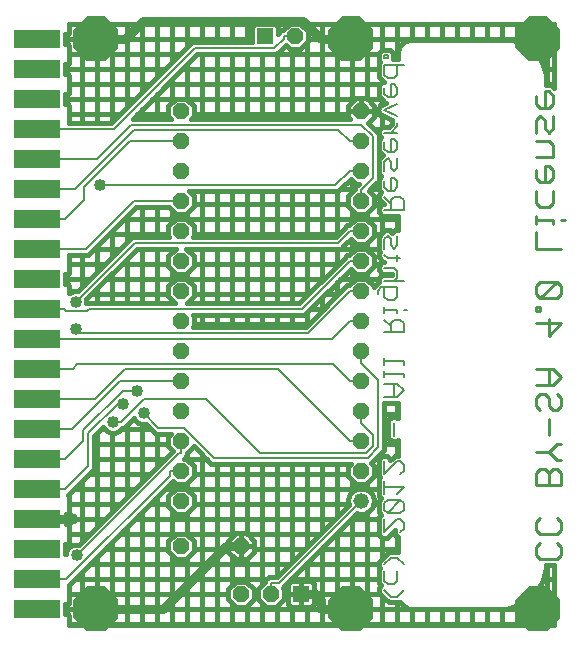
<source format=gbr>
G04 EAGLE Gerber RS-274X export*
G75*
%MOMM*%
%FSLAX34Y34*%
%LPD*%
%INBottom Copper*%
%IPPOS*%
%AMOC8*
5,1,8,0,0,1.08239X$1,22.5*%
G01*
%ADD10C,0.152400*%
%ADD11C,0.228600*%
%ADD12P,4.123906X8X22.500000*%
%ADD13C,1.320800*%
%ADD14P,1.429621X8X202.500000*%
%ADD15P,1.429621X8X112.500000*%
%ADD16R,1.320800X1.320800*%
%ADD17P,1.429621X8X292.500000*%
%ADD18R,3.937000X1.524000*%
%ADD19P,1.429621X8X22.500000*%
%ADD20C,0.762000*%
%ADD21C,1.016000*%
%ADD22C,0.406400*%
%ADD23C,0.203200*%


D10*
X319532Y257334D02*
X324955Y251910D01*
X330379Y251910D01*
X335802Y257334D01*
X330379Y265536D02*
X330379Y273671D01*
X330379Y265536D02*
X327667Y262825D01*
X322244Y262825D01*
X319532Y265536D01*
X319532Y273671D01*
X319532Y279196D02*
X324955Y284619D01*
X330379Y284619D01*
X335802Y279196D01*
X319532Y306482D02*
X319532Y317329D01*
X319532Y306482D02*
X330379Y317329D01*
X333090Y317329D01*
X335802Y314617D01*
X335802Y309194D01*
X333090Y306482D01*
X333090Y322854D02*
X322244Y322854D01*
X333090Y322854D02*
X335802Y325565D01*
X335802Y330989D01*
X333090Y333700D01*
X322244Y333700D01*
X319532Y330989D01*
X319532Y325565D01*
X322244Y322854D01*
X333090Y333700D01*
X330379Y339225D02*
X335802Y344649D01*
X319532Y344649D01*
X319532Y350072D02*
X319532Y339225D01*
X319532Y355597D02*
X319532Y366443D01*
X319532Y355597D02*
X330379Y366443D01*
X333090Y366443D01*
X335802Y363732D01*
X335802Y358308D01*
X333090Y355597D01*
X327667Y388340D02*
X327667Y399187D01*
X330379Y421083D02*
X319532Y421083D01*
X330379Y421083D02*
X335802Y426506D01*
X330379Y431930D01*
X319532Y431930D01*
X327667Y431930D02*
X327667Y421083D01*
X335802Y437455D02*
X335802Y440166D01*
X319532Y440166D01*
X319532Y437455D02*
X319532Y442878D01*
X335802Y448369D02*
X335802Y451081D01*
X319532Y451081D01*
X319532Y453792D02*
X319532Y448369D01*
X319532Y475655D02*
X335802Y475655D01*
X335802Y483790D01*
X333090Y486502D01*
X327667Y486502D01*
X324955Y483790D01*
X324955Y475655D01*
X324955Y481078D02*
X319532Y486502D01*
X330379Y492026D02*
X330379Y494738D01*
X319532Y494738D01*
X319532Y492026D02*
X319532Y497450D01*
X335802Y494738D02*
X338514Y494738D01*
X314109Y508364D02*
X314109Y511076D01*
X316820Y513787D01*
X330379Y513787D01*
X330379Y505652D01*
X327667Y502941D01*
X322244Y502941D01*
X319532Y505652D01*
X319532Y513787D01*
X319532Y519312D02*
X335802Y519312D01*
X330379Y522024D02*
X327667Y519312D01*
X330379Y522024D02*
X330379Y527447D01*
X327667Y530159D01*
X319532Y530159D01*
X322244Y538396D02*
X333090Y538396D01*
X322244Y538396D02*
X319532Y541107D01*
X330379Y541107D02*
X330379Y535684D01*
X319532Y546598D02*
X319532Y554733D01*
X322244Y557445D01*
X324955Y554733D01*
X324955Y549310D01*
X327667Y546598D01*
X330379Y549310D01*
X330379Y557445D01*
X335802Y579341D02*
X319532Y579341D01*
X335802Y579341D02*
X335802Y587476D01*
X333090Y590188D01*
X327667Y590188D01*
X324955Y587476D01*
X324955Y579341D01*
X324955Y584765D02*
X319532Y590188D01*
X319532Y598425D02*
X319532Y603848D01*
X319532Y598425D02*
X322244Y595713D01*
X327667Y595713D01*
X330379Y598425D01*
X330379Y603848D01*
X327667Y606560D01*
X324955Y606560D01*
X324955Y595713D01*
X319532Y612085D02*
X319532Y620220D01*
X322244Y622931D01*
X324955Y620220D01*
X324955Y614796D01*
X327667Y612085D01*
X330379Y614796D01*
X330379Y622931D01*
X319532Y631168D02*
X319532Y636591D01*
X319532Y631168D02*
X322244Y628456D01*
X327667Y628456D01*
X330379Y631168D01*
X330379Y636591D01*
X327667Y639303D01*
X324955Y639303D01*
X324955Y628456D01*
X319532Y644828D02*
X330379Y644828D01*
X330379Y650251D02*
X324955Y644828D01*
X330379Y650251D02*
X330379Y652963D01*
X330379Y658471D02*
X319532Y663894D01*
X330379Y669317D01*
X319532Y677554D02*
X319532Y682977D01*
X319532Y677554D02*
X322244Y674842D01*
X327667Y674842D01*
X330379Y677554D01*
X330379Y682977D01*
X327667Y685689D01*
X324955Y685689D01*
X324955Y674842D01*
X319532Y702060D02*
X335802Y702060D01*
X319532Y702060D02*
X319532Y693925D01*
X322244Y691214D01*
X327667Y691214D01*
X330379Y693925D01*
X330379Y702060D01*
X322244Y707585D02*
X319532Y707585D01*
X322244Y707585D02*
X322244Y710297D01*
X319532Y710297D01*
X319532Y707585D01*
D11*
X465343Y297228D02*
X468775Y293796D01*
X468775Y286932D01*
X465343Y283500D01*
X451615Y283500D01*
X448183Y286932D01*
X448183Y293796D01*
X451615Y297228D01*
X468775Y314845D02*
X465343Y318277D01*
X468775Y314845D02*
X468775Y307981D01*
X465343Y304549D01*
X451615Y304549D01*
X448183Y307981D01*
X448183Y314845D01*
X451615Y318277D01*
X448183Y346648D02*
X468775Y346648D01*
X468775Y356944D01*
X465343Y360375D01*
X461911Y360375D01*
X458479Y356944D01*
X455047Y360375D01*
X451615Y360375D01*
X448183Y356944D01*
X448183Y346648D01*
X458479Y346648D02*
X458479Y356944D01*
X465343Y367697D02*
X468775Y367697D01*
X465343Y367697D02*
X458479Y374561D01*
X465343Y381425D01*
X468775Y381425D01*
X458479Y374561D02*
X448183Y374561D01*
X458479Y388746D02*
X458479Y402474D01*
X468775Y420091D02*
X465343Y423523D01*
X468775Y420091D02*
X468775Y413227D01*
X465343Y409795D01*
X461911Y409795D01*
X458479Y413227D01*
X458479Y420091D01*
X455047Y423523D01*
X451615Y423523D01*
X448183Y420091D01*
X448183Y413227D01*
X451615Y409795D01*
X448183Y430845D02*
X461911Y430845D01*
X468775Y437708D01*
X461911Y444572D01*
X448183Y444572D01*
X458479Y444572D02*
X458479Y430845D01*
X448183Y483239D02*
X468775Y483239D01*
X458479Y472943D01*
X458479Y486671D01*
X451615Y493992D02*
X448183Y493992D01*
X451615Y493992D02*
X451615Y497424D01*
X448183Y497424D01*
X448183Y493992D01*
X451615Y504517D02*
X465343Y504517D01*
X468775Y507949D01*
X468775Y514812D01*
X465343Y518244D01*
X451615Y518244D01*
X448183Y514812D01*
X448183Y507949D01*
X451615Y504517D01*
X465343Y518244D01*
X468775Y546615D02*
X448183Y546615D01*
X448183Y560343D01*
X461911Y567664D02*
X461911Y571096D01*
X448183Y571096D01*
X448183Y567664D02*
X448183Y574528D01*
X468775Y571096D02*
X472207Y571096D01*
X461911Y585129D02*
X461911Y595425D01*
X461911Y585129D02*
X458479Y581697D01*
X451615Y581697D01*
X448183Y585129D01*
X448183Y595425D01*
X448183Y606178D02*
X448183Y613042D01*
X448183Y606178D02*
X451615Y602746D01*
X458479Y602746D01*
X461911Y606178D01*
X461911Y613042D01*
X458479Y616474D01*
X455047Y616474D01*
X455047Y602746D01*
X448183Y623795D02*
X461911Y623795D01*
X461911Y634091D01*
X458479Y637523D01*
X448183Y637523D01*
X448183Y644845D02*
X448183Y655140D01*
X451615Y658572D01*
X455047Y655140D01*
X455047Y648276D01*
X458479Y644845D01*
X461911Y648276D01*
X461911Y658572D01*
X448183Y669326D02*
X448183Y676190D01*
X448183Y669326D02*
X451615Y665894D01*
X458479Y665894D01*
X461911Y669326D01*
X461911Y676190D01*
X458479Y679621D01*
X455047Y679621D01*
X455047Y665894D01*
D12*
X449580Y723900D03*
X449580Y241300D03*
X290830Y723900D03*
X74930Y723900D03*
X290830Y241300D03*
X74930Y241300D03*
D13*
X299720Y332740D03*
D14*
X299720Y358140D03*
X299720Y383540D03*
X299720Y408940D03*
X299720Y434340D03*
X299720Y459740D03*
X299720Y485140D03*
X299720Y510540D03*
X299720Y535940D03*
X299720Y561340D03*
X299720Y586740D03*
X299720Y612140D03*
X299720Y637540D03*
X299720Y662940D03*
X147320Y662940D03*
X147320Y637540D03*
X147320Y612140D03*
X147320Y586740D03*
X147320Y561340D03*
X147320Y535940D03*
X147320Y510540D03*
X147320Y485140D03*
X147320Y459740D03*
X147320Y434340D03*
X147320Y408940D03*
X147320Y383540D03*
X147320Y358140D03*
X147320Y332740D03*
D15*
X243840Y726440D03*
D16*
X218440Y726440D03*
D17*
X223520Y254000D03*
D16*
X248920Y254000D03*
D17*
X198120Y254000D03*
D18*
X25400Y241300D03*
X25400Y266700D03*
X25400Y292100D03*
X25400Y317500D03*
X25400Y342900D03*
X25400Y368300D03*
X25400Y393700D03*
X25400Y419100D03*
X25400Y444500D03*
X25400Y469900D03*
X25400Y495300D03*
X25400Y520700D03*
X25400Y546100D03*
X25400Y571500D03*
X25400Y596900D03*
X25400Y622300D03*
X25400Y647700D03*
X25400Y673100D03*
X25400Y698500D03*
X25400Y723900D03*
D19*
X147320Y294640D03*
X198120Y294640D03*
D20*
X265937Y723900D02*
X290830Y723900D01*
X265937Y723900D02*
X250949Y738888D01*
X114811Y738888D01*
X99823Y723900D01*
X74930Y723900D01*
X55269Y317500D02*
X25400Y317500D01*
X265937Y241300D02*
X290830Y241300D01*
X261367Y254000D02*
X248920Y254000D01*
X265937Y249430D02*
X265937Y241300D01*
X265937Y249430D02*
X261367Y254000D01*
X198120Y294640D02*
X185673Y294640D01*
X132333Y241300D01*
X74930Y241300D01*
D21*
X55269Y317500D03*
D22*
X157988Y379121D02*
X157988Y379350D01*
X173016Y364322D01*
X290815Y364322D01*
X289052Y362559D01*
X289052Y353721D01*
X295301Y347472D01*
X304139Y347472D01*
X310388Y353721D01*
X310388Y362559D01*
X308087Y364859D01*
X319361Y376133D01*
X319361Y416257D01*
X330708Y416257D01*
X330708Y402970D01*
X329666Y404012D01*
X325668Y404012D01*
X322841Y401185D01*
X322841Y386341D01*
X325668Y383514D01*
X329666Y383514D01*
X330708Y384556D01*
X330708Y371269D01*
X328380Y371269D01*
X325553Y368442D01*
X324358Y367248D01*
X324358Y368442D01*
X321531Y371269D01*
X317533Y371269D01*
X314706Y368442D01*
X314706Y353598D01*
X315470Y352834D01*
X314706Y352071D01*
X314706Y337226D01*
X316825Y335107D01*
X314746Y333028D01*
X314706Y332988D01*
X314706Y323566D01*
X316825Y321447D01*
X314706Y319328D01*
X314706Y304483D01*
X317533Y301656D01*
X321531Y301656D01*
X328264Y308389D01*
X328264Y304483D01*
X330708Y302039D01*
X330708Y289445D01*
X322956Y289445D01*
X320129Y286618D01*
X314706Y281195D01*
X314706Y277197D01*
X315470Y276434D01*
X314706Y275670D01*
X314706Y263537D01*
X316808Y261435D01*
X314706Y259332D01*
X314706Y255335D01*
X320129Y249911D01*
X322956Y247084D01*
X332378Y247084D01*
X332512Y247219D01*
X332564Y247094D01*
X335994Y243664D01*
X340475Y241808D01*
X422712Y241808D01*
X432664Y244475D01*
X432664Y244475D01*
X441588Y249627D01*
X441588Y249627D01*
X448873Y256912D01*
X448873Y256912D01*
X454025Y265836D01*
X454025Y265836D01*
X456692Y275788D01*
X456692Y278293D01*
X462788Y278293D01*
X462788Y228092D01*
X52832Y228092D01*
X52832Y235792D01*
X51642Y236982D01*
X49149Y236982D01*
X49149Y245618D01*
X51642Y245618D01*
X52832Y246808D01*
X52832Y261192D01*
X52346Y261677D01*
X139771Y349102D01*
X140521Y349852D01*
X142901Y347472D01*
X151739Y347472D01*
X157988Y353721D01*
X157988Y362559D01*
X151739Y368808D01*
X149425Y368808D01*
X152400Y371783D01*
X152400Y373533D01*
X157988Y379121D01*
X208788Y258419D02*
X208788Y249581D01*
X208788Y258419D02*
X202539Y264668D01*
X193701Y264668D01*
X187452Y258419D01*
X187452Y249581D01*
X193701Y243332D01*
X202539Y243332D01*
X208788Y249581D01*
X157988Y328321D02*
X157988Y337159D01*
X151739Y343408D01*
X142901Y343408D01*
X136652Y337159D01*
X136652Y328321D01*
X142901Y322072D01*
X151739Y322072D01*
X157988Y328321D01*
X234188Y258419D02*
X234188Y249581D01*
X234188Y258419D02*
X233385Y259221D01*
X235713Y261549D01*
X296635Y322471D01*
X297598Y322072D01*
X301842Y322072D01*
X305763Y323696D01*
X308764Y326697D01*
X310388Y330618D01*
X310388Y334862D01*
X308764Y338783D01*
X305763Y341784D01*
X301842Y343408D01*
X297598Y343408D01*
X293677Y341784D01*
X290676Y338783D01*
X289052Y334862D01*
X289052Y330618D01*
X289451Y329655D01*
X228529Y268733D01*
X221416Y268733D01*
X218440Y265757D01*
X218440Y264007D01*
X212852Y258419D01*
X212852Y249581D01*
X219101Y243332D01*
X227939Y243332D01*
X234188Y249581D01*
X248920Y254000D02*
X260096Y254000D01*
X248920Y254000D02*
X248920Y254000D01*
X260096Y254000D01*
X260096Y261206D01*
X259784Y262369D01*
X259183Y263411D01*
X258331Y264263D01*
X257289Y264864D01*
X256126Y265176D01*
X248920Y265176D01*
X248920Y254000D01*
X248920Y254000D01*
X248920Y265176D01*
X241714Y265176D01*
X240551Y264864D01*
X239509Y264263D01*
X238657Y263411D01*
X238056Y262369D01*
X237744Y261206D01*
X237744Y254000D01*
X248920Y254000D01*
X248920Y254000D01*
X237744Y254000D01*
X237744Y246794D01*
X238056Y245631D01*
X238657Y244589D01*
X239509Y243737D01*
X240551Y243136D01*
X241714Y242824D01*
X248920Y242824D01*
X248920Y254000D01*
X248920Y254000D01*
X248920Y242824D01*
X256126Y242824D01*
X257289Y243136D01*
X258331Y243737D01*
X259183Y244589D01*
X259784Y245631D01*
X260096Y246794D01*
X260096Y254000D01*
X157988Y290221D02*
X157988Y299059D01*
X151739Y305308D01*
X142901Y305308D01*
X136652Y299059D01*
X136652Y290221D01*
X142901Y283972D01*
X151739Y283972D01*
X157988Y290221D01*
X198120Y294640D02*
X198120Y305816D01*
X198120Y294640D02*
X198120Y294640D01*
X198120Y305816D01*
X193491Y305816D01*
X186944Y299269D01*
X186944Y294640D01*
X198120Y294640D01*
X198120Y294640D01*
X186944Y294640D01*
X186944Y290011D01*
X193491Y283464D01*
X198120Y283464D01*
X198120Y294640D01*
X198120Y294640D01*
X198120Y283464D01*
X202749Y283464D01*
X209296Y290011D01*
X209296Y294640D01*
X198120Y294640D01*
X198120Y294640D01*
X209296Y294640D01*
X209296Y299269D01*
X202749Y305816D01*
X198120Y305816D01*
X49149Y296418D02*
X49149Y287782D01*
X49149Y296418D02*
X51642Y296418D01*
X52832Y297608D01*
X52832Y311992D01*
X51642Y313182D01*
X49657Y313182D01*
X49657Y315722D01*
X27178Y315722D01*
X27178Y319278D01*
X49657Y319278D01*
X49657Y321818D01*
X51642Y321818D01*
X52832Y323008D01*
X52832Y337392D01*
X51850Y338374D01*
X54272Y340796D01*
X73850Y360374D01*
X73850Y388144D01*
X81304Y395597D01*
X81813Y394367D01*
X84385Y391795D01*
X87746Y390403D01*
X91384Y390403D01*
X94745Y391795D01*
X97317Y394367D01*
X97358Y394467D01*
X98660Y394467D01*
X101636Y397443D01*
X107442Y403249D01*
X108027Y401837D01*
X110599Y399265D01*
X113960Y397873D01*
X117598Y397873D01*
X117698Y397914D01*
X125891Y389721D01*
X138414Y389721D01*
X136652Y387959D01*
X136652Y379121D01*
X140289Y375485D01*
X60721Y295917D01*
X60621Y295958D01*
X56983Y295958D01*
X53622Y294566D01*
X51050Y291994D01*
X49658Y288633D01*
X49658Y287782D01*
X49149Y287782D01*
X64420Y541020D02*
X68628Y541020D01*
X109268Y581660D01*
X137313Y581660D01*
X142901Y576072D01*
X151739Y576072D01*
X157988Y582321D01*
X157988Y591159D01*
X154143Y595004D01*
X280115Y595004D01*
X283091Y597980D01*
X290942Y605831D01*
X295301Y601472D01*
X297615Y601472D01*
X294640Y598497D01*
X294640Y596747D01*
X289052Y591159D01*
X289052Y582321D01*
X295301Y576072D01*
X304139Y576072D01*
X310388Y582321D01*
X310388Y591159D01*
X306029Y595518D01*
X311519Y601008D01*
X314495Y603984D01*
X314495Y643619D01*
X305350Y652764D01*
X310896Y658311D01*
X310896Y662940D01*
X299720Y662940D01*
X299720Y662940D01*
X310896Y662940D01*
X310896Y667569D01*
X304349Y674116D01*
X299720Y674116D01*
X299720Y662940D01*
X299720Y662940D01*
X299720Y674116D01*
X295091Y674116D01*
X288544Y667569D01*
X288544Y662940D01*
X299720Y662940D01*
X299720Y662940D01*
X288544Y662940D01*
X288544Y658311D01*
X290487Y656368D01*
X155835Y656368D01*
X157988Y658521D01*
X157988Y667359D01*
X151739Y673608D01*
X142901Y673608D01*
X136652Y667359D01*
X136652Y658521D01*
X138805Y656368D01*
X106243Y656368D01*
X160967Y711092D01*
X228023Y711092D01*
X230999Y714068D01*
X236062Y719131D01*
X239421Y715772D01*
X248259Y715772D01*
X254508Y722021D01*
X254508Y730859D01*
X248259Y737108D01*
X239421Y737108D01*
X233833Y731520D01*
X232083Y731520D01*
X229108Y728545D01*
X229108Y734727D01*
X226727Y737108D01*
X210153Y737108D01*
X207772Y734727D01*
X207772Y721252D01*
X156759Y721252D01*
X88287Y652780D01*
X52404Y652780D01*
X52832Y653208D01*
X52832Y667592D01*
X51642Y668782D01*
X49149Y668782D01*
X49149Y677418D01*
X51642Y677418D01*
X52832Y678608D01*
X52832Y692992D01*
X51642Y694182D01*
X49149Y694182D01*
X49149Y702818D01*
X51642Y702818D01*
X52832Y704008D01*
X52832Y718392D01*
X51642Y719582D01*
X49149Y719582D01*
X49149Y728218D01*
X51642Y728218D01*
X52832Y729408D01*
X52832Y737108D01*
X462788Y737108D01*
X462788Y682676D01*
X460636Y684828D01*
X456692Y684828D01*
X456692Y693862D01*
X453257Y704433D01*
X453257Y704433D01*
X446725Y713424D01*
X446725Y713425D01*
X446724Y713425D01*
X437733Y719957D01*
X437733Y719957D01*
X427162Y723392D01*
X340475Y723392D01*
X335994Y721536D01*
X332564Y718106D01*
X330708Y713625D01*
X330708Y706886D01*
X327070Y706886D01*
X327070Y712296D01*
X324243Y715123D01*
X317533Y715123D01*
X314706Y712296D01*
X314706Y705586D01*
X315470Y704823D01*
X314706Y704059D01*
X314706Y691926D01*
X317418Y689215D01*
X318829Y687803D01*
X317533Y687803D01*
X314706Y684976D01*
X314706Y675555D01*
X317418Y672843D01*
X320245Y670016D01*
X320985Y670016D01*
X317681Y668364D01*
X316109Y667840D01*
X315935Y667491D01*
X315586Y667316D01*
X315062Y665745D01*
X314322Y664264D01*
X314445Y663894D01*
X314322Y663524D01*
X315062Y662043D01*
X315586Y660471D01*
X315935Y660297D01*
X316109Y659948D01*
X317681Y659424D01*
X325904Y655313D01*
X325553Y654962D01*
X325553Y652250D01*
X322956Y649654D01*
X317533Y649654D01*
X314706Y646827D01*
X314706Y642829D01*
X316825Y640709D01*
X314706Y638590D01*
X314706Y629169D01*
X317533Y626342D01*
X317533Y626342D01*
X318181Y625694D01*
X317516Y625028D01*
X317418Y624930D01*
X314706Y622219D01*
X314706Y610086D01*
X316825Y607966D01*
X314706Y605847D01*
X314706Y596426D01*
X316825Y594306D01*
X314706Y592187D01*
X314706Y588189D01*
X318728Y584167D01*
X317533Y584167D01*
X314706Y581340D01*
X314706Y577342D01*
X317533Y574515D01*
X330708Y574515D01*
X330708Y562271D01*
X328380Y562271D01*
X326311Y560202D01*
X324284Y562230D01*
X324243Y562271D01*
X320245Y562271D01*
X317516Y559542D01*
X317418Y559444D01*
X314706Y556732D01*
X314706Y544599D01*
X315453Y543853D01*
X314706Y543106D01*
X314706Y539108D01*
X317418Y536397D01*
X317435Y536379D01*
X318829Y534985D01*
X317533Y534985D01*
X314706Y532158D01*
X314706Y528160D01*
X317533Y525333D01*
X325553Y525333D01*
X325553Y524138D01*
X317533Y524138D01*
X314706Y521311D01*
X314706Y518498D01*
X311994Y515786D01*
X310388Y514180D01*
X310388Y514959D01*
X304139Y521208D01*
X295301Y521208D01*
X289713Y515620D01*
X287963Y515620D01*
X252694Y480351D01*
X157618Y480351D01*
X157988Y480721D01*
X157988Y489559D01*
X157327Y490220D01*
X251531Y490220D01*
X290942Y529631D01*
X295301Y525272D01*
X304139Y525272D01*
X310388Y531521D01*
X310388Y540359D01*
X304139Y546608D01*
X295301Y546608D01*
X289713Y541020D01*
X287963Y541020D01*
X284987Y538044D01*
X247323Y500380D01*
X152247Y500380D01*
X157988Y506121D01*
X157988Y514959D01*
X151739Y521208D01*
X142901Y521208D01*
X136652Y514959D01*
X136652Y506121D01*
X142393Y500380D01*
X67456Y500380D01*
X67207Y500131D01*
X67207Y503446D01*
X67166Y503546D01*
X110227Y546607D01*
X142900Y546607D01*
X136652Y540359D01*
X136652Y531521D01*
X142901Y525272D01*
X151739Y525272D01*
X157988Y531521D01*
X157988Y540359D01*
X151740Y546607D01*
X282518Y546607D01*
X285494Y549583D01*
X290942Y555031D01*
X295301Y550672D01*
X304139Y550672D01*
X310388Y556921D01*
X310388Y565759D01*
X304139Y572008D01*
X295301Y572008D01*
X289713Y566420D01*
X287963Y566420D01*
X284987Y563444D01*
X278310Y556767D01*
X157834Y556767D01*
X157988Y556921D01*
X157988Y565759D01*
X151739Y572008D01*
X142901Y572008D01*
X136652Y565759D01*
X136652Y556921D01*
X136806Y556767D01*
X106019Y556767D01*
X59982Y510730D01*
X59882Y510771D01*
X56244Y510771D01*
X52883Y509379D01*
X52832Y509328D01*
X52832Y515192D01*
X51642Y516382D01*
X49149Y516382D01*
X49149Y525018D01*
X51642Y525018D01*
X52832Y526208D01*
X52832Y540592D01*
X52404Y541020D01*
X64420Y541020D01*
X52832Y228600D02*
X462788Y228600D01*
X462788Y241300D02*
X49149Y241300D01*
X52832Y254000D02*
X187452Y254000D01*
X208788Y254000D02*
X212852Y254000D01*
X234188Y254000D02*
X248920Y254000D01*
X316041Y254000D01*
X445961Y254000D02*
X462788Y254000D01*
X219383Y266700D02*
X57369Y266700D01*
X240864Y266700D02*
X314706Y266700D01*
X454257Y266700D02*
X462788Y266700D01*
X239196Y279400D02*
X70069Y279400D01*
X253564Y279400D02*
X314706Y279400D01*
X51156Y292100D02*
X49149Y292100D01*
X82769Y292100D02*
X136652Y292100D01*
X157988Y292100D02*
X186944Y292100D01*
X198120Y292100D02*
X198120Y292100D01*
X209296Y292100D02*
X251896Y292100D01*
X266264Y292100D02*
X330708Y292100D01*
X69604Y304800D02*
X52832Y304800D01*
X95469Y304800D02*
X142393Y304800D01*
X152247Y304800D02*
X192475Y304800D01*
X198120Y304800D02*
X198120Y304800D01*
X203765Y304800D02*
X264596Y304800D01*
X278964Y304800D02*
X314706Y304800D01*
X324675Y304800D02*
X328264Y304800D01*
X82304Y317500D02*
X27178Y317500D01*
X108169Y317500D02*
X277296Y317500D01*
X291664Y317500D02*
X314706Y317500D01*
X95004Y330200D02*
X52832Y330200D01*
X120869Y330200D02*
X136652Y330200D01*
X157988Y330200D02*
X289225Y330200D01*
X310215Y330200D02*
X314706Y330200D01*
X107704Y342900D02*
X56376Y342900D01*
X133569Y342900D02*
X142393Y342900D01*
X152247Y342900D02*
X296372Y342900D01*
X303068Y342900D02*
X314706Y342900D01*
X120404Y355600D02*
X69076Y355600D01*
X157988Y355600D02*
X289052Y355600D01*
X310388Y355600D02*
X314706Y355600D01*
X133104Y368300D02*
X73850Y368300D01*
X152247Y368300D02*
X169038Y368300D01*
X311528Y368300D02*
X314706Y368300D01*
X324358Y368300D02*
X325410Y368300D01*
X136652Y381000D02*
X73850Y381000D01*
X319361Y381000D02*
X330708Y381000D01*
X82480Y393700D02*
X79406Y393700D01*
X96650Y393700D02*
X121912Y393700D01*
X319361Y393700D02*
X322841Y393700D01*
X319361Y406400D02*
X330708Y406400D01*
X254943Y482600D02*
X157988Y482600D01*
X256611Y495300D02*
X267643Y495300D01*
X136652Y508000D02*
X71620Y508000D01*
X157988Y508000D02*
X254943Y508000D01*
X269311Y508000D02*
X280343Y508000D01*
X69952Y520700D02*
X49149Y520700D01*
X84320Y520700D02*
X142393Y520700D01*
X152247Y520700D02*
X267643Y520700D01*
X282011Y520700D02*
X294793Y520700D01*
X304647Y520700D02*
X314706Y520700D01*
X82652Y533400D02*
X52832Y533400D01*
X97020Y533400D02*
X136652Y533400D01*
X157988Y533400D02*
X280343Y533400D01*
X310388Y533400D02*
X315948Y533400D01*
X95352Y546100D02*
X73708Y546100D01*
X109720Y546100D02*
X142393Y546100D01*
X152247Y546100D02*
X294793Y546100D01*
X304647Y546100D02*
X314706Y546100D01*
X136652Y558800D02*
X86408Y558800D01*
X157988Y558800D02*
X280343Y558800D01*
X310388Y558800D02*
X316774Y558800D01*
X142393Y571500D02*
X99108Y571500D01*
X152247Y571500D02*
X294793Y571500D01*
X304647Y571500D02*
X330708Y571500D01*
X289052Y584200D02*
X157988Y584200D01*
X310388Y584200D02*
X318695Y584200D01*
X294640Y596900D02*
X282011Y596900D01*
X307411Y596900D02*
X314706Y596900D01*
X314495Y609600D02*
X315192Y609600D01*
X314788Y622300D02*
X314495Y622300D01*
X314495Y635000D02*
X314706Y635000D01*
X315579Y647700D02*
X310414Y647700D01*
X95907Y660400D02*
X52832Y660400D01*
X110275Y660400D02*
X136652Y660400D01*
X157988Y660400D02*
X288544Y660400D01*
X310896Y660400D02*
X315729Y660400D01*
X108607Y673100D02*
X49149Y673100D01*
X122975Y673100D02*
X142393Y673100D01*
X152247Y673100D02*
X294075Y673100D01*
X299720Y673100D02*
X299720Y673100D01*
X305365Y673100D02*
X317161Y673100D01*
X121307Y685800D02*
X52832Y685800D01*
X135675Y685800D02*
X315530Y685800D01*
X456692Y685800D02*
X462788Y685800D01*
X134007Y698500D02*
X49149Y698500D01*
X148375Y698500D02*
X314706Y698500D01*
X455185Y698500D02*
X462788Y698500D01*
X146707Y711200D02*
X52832Y711200D01*
X228131Y711200D02*
X314706Y711200D01*
X327070Y711200D02*
X330708Y711200D01*
X448341Y711200D02*
X462788Y711200D01*
X207772Y723900D02*
X49149Y723900D01*
X254508Y723900D02*
X462788Y723900D01*
X209645Y736600D02*
X52832Y736600D01*
X227235Y736600D02*
X238913Y736600D01*
X248767Y736600D02*
X462788Y736600D01*
X38100Y319278D02*
X38100Y315722D01*
X50800Y245618D02*
X50800Y236982D01*
X50800Y291390D02*
X50800Y296418D01*
X50800Y313182D02*
X50800Y321818D01*
X50800Y516382D02*
X50800Y525018D01*
X50800Y668782D02*
X50800Y677418D01*
X50800Y694182D02*
X50800Y702818D01*
X50800Y719582D02*
X50800Y728218D01*
X63500Y272831D02*
X63500Y228092D01*
X63500Y298696D02*
X63500Y350024D01*
X63500Y514248D02*
X63500Y541020D01*
X63500Y652780D02*
X63500Y737108D01*
X76200Y285531D02*
X76200Y228092D01*
X76200Y311396D02*
X76200Y390494D01*
X76200Y500380D02*
X76200Y512580D01*
X76200Y526948D02*
X76200Y548592D01*
X76200Y652780D02*
X76200Y737108D01*
X88900Y298231D02*
X88900Y228092D01*
X88900Y324096D02*
X88900Y390403D01*
X88900Y500380D02*
X88900Y525280D01*
X88900Y539648D02*
X88900Y561292D01*
X88900Y653393D02*
X88900Y737108D01*
X101600Y310931D02*
X101600Y228092D01*
X101600Y336796D02*
X101600Y397407D01*
X101600Y500380D02*
X101600Y537980D01*
X101600Y552348D02*
X101600Y573992D01*
X101600Y666093D02*
X101600Y737108D01*
X114300Y323631D02*
X114300Y228092D01*
X114300Y349496D02*
X114300Y397873D01*
X114300Y500380D02*
X114300Y546607D01*
X114300Y556767D02*
X114300Y581660D01*
X114300Y656368D02*
X114300Y664425D01*
X114300Y678793D02*
X114300Y737108D01*
X127000Y336331D02*
X127000Y228092D01*
X127000Y362196D02*
X127000Y389721D01*
X127000Y500380D02*
X127000Y546607D01*
X127000Y556767D02*
X127000Y581660D01*
X127000Y656368D02*
X127000Y677125D01*
X127000Y691493D02*
X127000Y737108D01*
X139700Y287173D02*
X139700Y228092D01*
X139700Y302107D02*
X139700Y325273D01*
X139700Y340207D02*
X139700Y349031D01*
X139700Y374896D02*
X139700Y376073D01*
X139700Y500380D02*
X139700Y503073D01*
X139700Y518007D02*
X139700Y528473D01*
X139700Y543407D02*
X139700Y546607D01*
X139700Y568807D02*
X139700Y579273D01*
X139700Y670407D02*
X139700Y689825D01*
X139700Y704193D02*
X139700Y737108D01*
X152400Y284633D02*
X152400Y228092D01*
X152400Y304647D02*
X152400Y322733D01*
X152400Y342747D02*
X152400Y348133D01*
X152400Y368147D02*
X152400Y373533D01*
X152400Y500380D02*
X152400Y500533D01*
X152400Y520547D02*
X152400Y525933D01*
X152400Y545947D02*
X152400Y546607D01*
X152400Y571347D02*
X152400Y576733D01*
X152400Y672947D02*
X152400Y702525D01*
X152400Y716893D02*
X152400Y737108D01*
X165100Y372238D02*
X165100Y228092D01*
X165100Y480351D02*
X165100Y490220D01*
X165100Y500380D02*
X165100Y546607D01*
X165100Y556767D02*
X165100Y595004D01*
X165100Y656368D02*
X165100Y711092D01*
X165100Y721252D02*
X165100Y737108D01*
X177800Y364322D02*
X177800Y228092D01*
X177800Y480351D02*
X177800Y490220D01*
X177800Y500380D02*
X177800Y546607D01*
X177800Y556767D02*
X177800Y595004D01*
X177800Y656368D02*
X177800Y711092D01*
X177800Y721252D02*
X177800Y737108D01*
X190500Y246533D02*
X190500Y228092D01*
X190500Y261467D02*
X190500Y286455D01*
X190500Y294640D02*
X190500Y294640D01*
X190500Y302825D02*
X190500Y364322D01*
X190500Y480351D02*
X190500Y490220D01*
X190500Y500380D02*
X190500Y546607D01*
X190500Y556767D02*
X190500Y595004D01*
X190500Y656368D02*
X190500Y711092D01*
X190500Y721252D02*
X190500Y737108D01*
X203200Y243993D02*
X203200Y228092D01*
X203200Y264007D02*
X203200Y283915D01*
X203200Y294640D02*
X203200Y294640D01*
X203200Y305365D02*
X203200Y364322D01*
X203200Y480351D02*
X203200Y490220D01*
X203200Y500380D02*
X203200Y546607D01*
X203200Y556767D02*
X203200Y595004D01*
X203200Y656368D02*
X203200Y711092D01*
X203200Y721252D02*
X203200Y737108D01*
X215900Y246533D02*
X215900Y228092D01*
X215900Y261467D02*
X215900Y364322D01*
X215900Y480351D02*
X215900Y490220D01*
X215900Y500380D02*
X215900Y546607D01*
X215900Y556767D02*
X215900Y595004D01*
X215900Y656368D02*
X215900Y711092D01*
X215900Y737108D02*
X215900Y737108D01*
X228600Y243993D02*
X228600Y228092D01*
X228600Y268804D02*
X228600Y364322D01*
X228600Y480351D02*
X228600Y490220D01*
X228600Y500380D02*
X228600Y546607D01*
X228600Y556767D02*
X228600Y595004D01*
X228600Y656368D02*
X228600Y711669D01*
X228600Y735235D02*
X228600Y737108D01*
X241300Y242935D02*
X241300Y228092D01*
X241300Y254000D02*
X241300Y254000D01*
X241300Y265065D02*
X241300Y267136D01*
X241300Y281504D02*
X241300Y364322D01*
X241300Y480351D02*
X241300Y490220D01*
X241300Y500380D02*
X241300Y546607D01*
X241300Y556767D02*
X241300Y595004D01*
X241300Y656368D02*
X241300Y715772D01*
X241300Y737108D02*
X241300Y737108D01*
X254000Y242824D02*
X254000Y228092D01*
X254000Y254000D02*
X254000Y254000D01*
X254000Y265176D02*
X254000Y279836D01*
X254000Y294204D02*
X254000Y364322D01*
X254000Y481657D02*
X254000Y492689D01*
X254000Y507057D02*
X254000Y546607D01*
X254000Y556767D02*
X254000Y595004D01*
X254000Y656368D02*
X254000Y721513D01*
X254000Y731367D02*
X254000Y737108D01*
X266700Y292536D02*
X266700Y228092D01*
X266700Y306904D02*
X266700Y364322D01*
X266700Y494357D02*
X266700Y505389D01*
X266700Y519757D02*
X266700Y546607D01*
X266700Y556767D02*
X266700Y595004D01*
X266700Y656368D02*
X266700Y737108D01*
X279400Y305236D02*
X279400Y228092D01*
X279400Y319604D02*
X279400Y364322D01*
X279400Y507057D02*
X279400Y518089D01*
X279400Y532457D02*
X279400Y546607D01*
X279400Y557857D02*
X279400Y595004D01*
X279400Y656368D02*
X279400Y737108D01*
X292100Y317936D02*
X292100Y228092D01*
X292100Y340207D02*
X292100Y350673D01*
X292100Y518007D02*
X292100Y528473D01*
X292100Y543407D02*
X292100Y553873D01*
X292100Y568807D02*
X292100Y579273D01*
X292100Y594207D02*
X292100Y604673D01*
X292100Y662940D02*
X292100Y662940D01*
X292100Y671125D02*
X292100Y737108D01*
X304800Y323297D02*
X304800Y228092D01*
X304800Y342183D02*
X304800Y348133D01*
X304800Y520547D02*
X304800Y525933D01*
X304800Y545947D02*
X304800Y551333D01*
X304800Y571347D02*
X304800Y576733D01*
X304800Y662940D02*
X304800Y662940D01*
X304800Y673665D02*
X304800Y737108D01*
X317500Y252541D02*
X317500Y228092D01*
X317500Y283989D02*
X317500Y301689D01*
X317500Y371236D02*
X317500Y374272D01*
X317500Y524105D02*
X317500Y525366D01*
X317500Y534952D02*
X317500Y536314D01*
X317500Y559526D02*
X317500Y574548D01*
X317500Y584134D02*
X317500Y585395D01*
X317500Y625013D02*
X317500Y626375D01*
X317500Y649621D02*
X317500Y659484D01*
X317500Y668304D02*
X317500Y672761D01*
X317500Y687770D02*
X317500Y689132D01*
X317500Y715090D02*
X317500Y737108D01*
X330200Y247084D02*
X330200Y228092D01*
X330200Y289445D02*
X330200Y302547D01*
X330200Y371269D02*
X330200Y384048D01*
X330200Y403478D02*
X330200Y416257D01*
X330200Y562271D02*
X330200Y574515D01*
X330200Y706886D02*
X330200Y737108D01*
X342900Y241808D02*
X342900Y228092D01*
X342900Y723392D02*
X342900Y737108D01*
X355600Y241808D02*
X355600Y228092D01*
X355600Y723392D02*
X355600Y737108D01*
X368300Y241808D02*
X368300Y228092D01*
X368300Y723392D02*
X368300Y737108D01*
X381000Y241808D02*
X381000Y228092D01*
X381000Y723392D02*
X381000Y737108D01*
X393700Y241808D02*
X393700Y228092D01*
X393700Y723392D02*
X393700Y737108D01*
X406400Y241808D02*
X406400Y228092D01*
X406400Y723392D02*
X406400Y737108D01*
X419100Y241808D02*
X419100Y228092D01*
X419100Y723392D02*
X419100Y737108D01*
X431800Y244243D02*
X431800Y228092D01*
X431800Y721885D02*
X431800Y737108D01*
X444500Y252539D02*
X444500Y228092D01*
X444500Y715041D02*
X444500Y737108D01*
X457200Y278293D02*
X457200Y228092D01*
X457200Y684828D02*
X457200Y737108D01*
D23*
X234187Y726440D02*
X234187Y724440D01*
X225919Y716172D01*
X158863Y716172D01*
X90391Y647700D01*
X25400Y647700D01*
X234187Y726440D02*
X243840Y726440D01*
X290067Y561340D02*
X280414Y551687D01*
X108123Y551687D01*
X58063Y501627D01*
X290067Y561340D02*
X299720Y561340D01*
D21*
X58063Y501627D03*
D23*
X48134Y495300D02*
X25400Y495300D01*
X48134Y495300D02*
X49936Y493498D01*
X67758Y493498D01*
X69560Y495300D01*
X249427Y495300D01*
X290067Y535940D01*
X299720Y535940D01*
X299720Y510540D02*
X290067Y510540D01*
X254798Y475271D01*
X60960Y475271D01*
X58135Y478096D01*
D21*
X58135Y478096D03*
D23*
X290067Y485140D02*
X299720Y485140D01*
X290067Y485140D02*
X274827Y469900D01*
X25400Y469900D01*
X299720Y459740D02*
X299720Y450087D01*
X314281Y435526D01*
X314281Y378237D01*
X305446Y369402D01*
X175120Y369402D01*
X149721Y394801D01*
X127995Y394801D01*
X115779Y407017D01*
D21*
X115779Y407017D03*
D23*
X290067Y434340D02*
X299720Y434340D01*
X290067Y434340D02*
X275805Y448602D01*
X59504Y448602D01*
X55402Y444500D01*
X25400Y444500D01*
X299720Y408940D02*
X299720Y399287D01*
X309823Y389184D01*
X309823Y379739D01*
X303570Y373486D01*
X214224Y373486D01*
X168712Y418998D01*
X116007Y418998D01*
X96556Y399547D01*
X89565Y399547D01*
D21*
X89565Y399547D03*
D23*
X74625Y419100D02*
X25400Y419100D01*
X74625Y419100D02*
X100021Y444496D01*
X229111Y444496D01*
X290067Y383540D01*
X299720Y383540D01*
X54976Y393700D02*
X25400Y393700D01*
X54976Y393700D02*
X95798Y434522D01*
X137485Y434522D01*
X137667Y434340D01*
X147320Y434340D01*
X110270Y426393D02*
X98162Y426393D01*
X64465Y392696D01*
X64465Y383419D01*
X49346Y368300D01*
X25400Y368300D01*
D21*
X110270Y426393D03*
D23*
X147320Y383540D02*
X147320Y373887D01*
X145875Y373887D01*
X58802Y286814D01*
D21*
X58802Y286814D03*
D23*
X50185Y266700D02*
X25400Y266700D01*
X50185Y266700D02*
X137667Y354182D01*
X137667Y358140D01*
X147320Y358140D01*
X223520Y263653D02*
X223520Y254000D01*
X230633Y263653D02*
X299720Y332740D01*
X230633Y263653D02*
X223520Y263653D01*
X299720Y586740D02*
X299720Y596393D01*
X309415Y606088D01*
X309415Y641515D01*
X299642Y651288D01*
X104950Y651288D01*
X75962Y622300D01*
X25400Y622300D01*
X290067Y612140D02*
X299720Y612140D01*
X290067Y612140D02*
X278011Y600084D01*
X78282Y600084D01*
D21*
X78282Y600084D03*
D23*
X57464Y596900D02*
X25400Y596900D01*
X57464Y596900D02*
X107786Y647222D01*
X280385Y647222D01*
X290067Y637540D01*
X299720Y637540D01*
X147320Y637540D02*
X137667Y637540D01*
X48883Y571500D02*
X25400Y571500D01*
X48883Y571500D02*
X64726Y587343D01*
X64726Y598410D01*
X103855Y637539D01*
X137667Y637539D01*
X137667Y637540D01*
X147320Y586740D02*
X107164Y586740D01*
X66524Y546100D01*
X25400Y546100D01*
X93723Y415201D02*
X98466Y415201D01*
X93723Y415201D02*
X68770Y390248D01*
X68770Y362478D01*
X49192Y342900D01*
X25400Y342900D01*
D21*
X98466Y415201D03*
M02*

</source>
